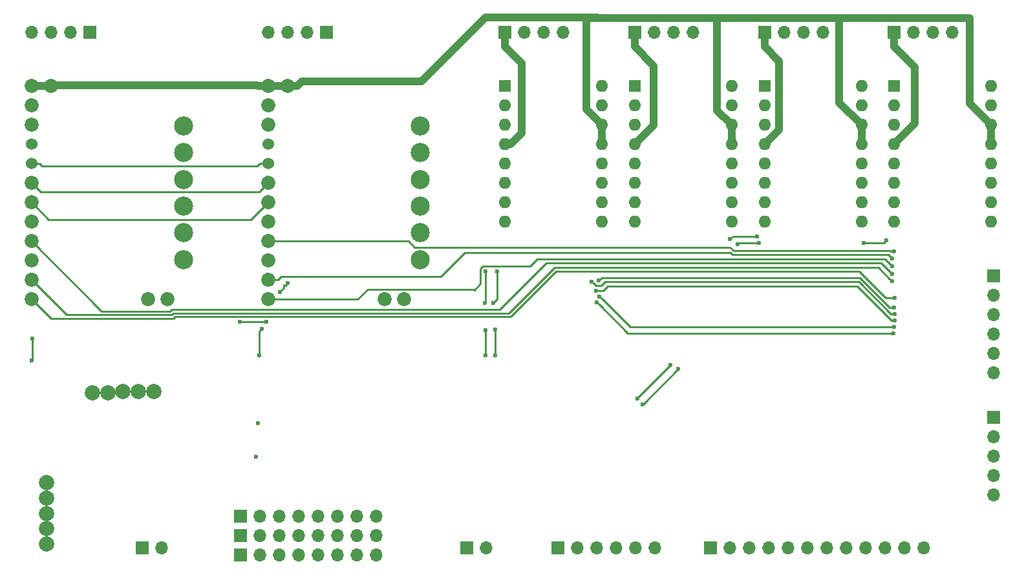
<source format=gbr>
G04 #@! TF.FileFunction,Copper,L4,Bot,Signal*
%FSLAX46Y46*%
G04 Gerber Fmt 4.6, Leading zero omitted, Abs format (unit mm)*
G04 Created by KiCad (PCBNEW 4.0.7) date 03/14/18 22:29:54*
%MOMM*%
%LPD*%
G01*
G04 APERTURE LIST*
%ADD10C,0.100000*%
%ADD11R,1.600000X1.600000*%
%ADD12O,1.600000X1.600000*%
%ADD13R,1.700000X1.700000*%
%ADD14O,1.700000X1.700000*%
%ADD15C,1.850000*%
%ADD16C,1.524000*%
%ADD17C,2.500000*%
%ADD18C,2.000000*%
%ADD19C,0.600000*%
%ADD20C,0.250000*%
%ADD21C,1.000000*%
G04 APERTURE END LIST*
D10*
D11*
X180000000Y-57000000D03*
D12*
X192700000Y-74780000D03*
X180000000Y-59540000D03*
X192700000Y-72240000D03*
X180000000Y-62080000D03*
X192700000Y-69700000D03*
X180000000Y-64620000D03*
X192700000Y-67160000D03*
X180000000Y-67160000D03*
X192700000Y-64620000D03*
X180000000Y-69700000D03*
X192700000Y-62080000D03*
X180000000Y-72240000D03*
X192700000Y-59540000D03*
X180000000Y-74780000D03*
X192700000Y-57000000D03*
D11*
X197000000Y-57000000D03*
D12*
X209700000Y-74780000D03*
X197000000Y-59540000D03*
X209700000Y-72240000D03*
X197000000Y-62080000D03*
X209700000Y-69700000D03*
X197000000Y-64620000D03*
X209700000Y-67160000D03*
X197000000Y-67160000D03*
X209700000Y-64620000D03*
X197000000Y-69700000D03*
X209700000Y-62080000D03*
X197000000Y-72240000D03*
X209700000Y-59540000D03*
X197000000Y-74780000D03*
X209700000Y-57000000D03*
D11*
X214000000Y-57000000D03*
D12*
X226700000Y-74780000D03*
X214000000Y-59540000D03*
X226700000Y-72240000D03*
X214000000Y-62080000D03*
X226700000Y-69700000D03*
X214000000Y-64620000D03*
X226700000Y-67160000D03*
X214000000Y-67160000D03*
X226700000Y-64620000D03*
X214000000Y-69700000D03*
X226700000Y-62080000D03*
X214000000Y-72240000D03*
X226700000Y-59540000D03*
X214000000Y-74780000D03*
X226700000Y-57000000D03*
D11*
X231000000Y-57000000D03*
D12*
X243700000Y-74780000D03*
X231000000Y-59540000D03*
X243700000Y-72240000D03*
X231000000Y-62080000D03*
X243700000Y-69700000D03*
X231000000Y-64620000D03*
X243700000Y-67160000D03*
X231000000Y-67160000D03*
X243700000Y-64620000D03*
X231000000Y-69700000D03*
X243700000Y-62080000D03*
X231000000Y-72240000D03*
X243700000Y-59540000D03*
X231000000Y-74780000D03*
X243700000Y-57000000D03*
D13*
X180000000Y-50000000D03*
D14*
X182540000Y-50000000D03*
X185080000Y-50000000D03*
X187620000Y-50000000D03*
D13*
X197000000Y-50000000D03*
D14*
X199540000Y-50000000D03*
X202080000Y-50000000D03*
X204620000Y-50000000D03*
D13*
X214000000Y-50000000D03*
D14*
X216540000Y-50000000D03*
X219080000Y-50000000D03*
X221620000Y-50000000D03*
D13*
X231000000Y-50000000D03*
D14*
X233540000Y-50000000D03*
X236080000Y-50000000D03*
X238620000Y-50000000D03*
D13*
X125620000Y-50000000D03*
D14*
X123080000Y-50000000D03*
X120540000Y-50000000D03*
X118000000Y-50000000D03*
D13*
X156620000Y-50000000D03*
D14*
X154080000Y-50000000D03*
X151540000Y-50000000D03*
X149000000Y-50000000D03*
D13*
X206920000Y-117500000D03*
D14*
X209460000Y-117500000D03*
X212000000Y-117500000D03*
X214540000Y-117500000D03*
X217080000Y-117500000D03*
X219620000Y-117500000D03*
X222160000Y-117500000D03*
X224700000Y-117500000D03*
X227240000Y-117500000D03*
X229780000Y-117500000D03*
X232320000Y-117500000D03*
X234860000Y-117500000D03*
D13*
X244000000Y-100460000D03*
D14*
X244000000Y-103000000D03*
X244000000Y-105540000D03*
X244000000Y-108080000D03*
X244000000Y-110620000D03*
D13*
X244000000Y-81920000D03*
D14*
X244000000Y-84460000D03*
X244000000Y-87000000D03*
X244000000Y-89540000D03*
X244000000Y-92080000D03*
X244000000Y-94620000D03*
D13*
X186920000Y-117500000D03*
D14*
X189460000Y-117500000D03*
X192000000Y-117500000D03*
X194540000Y-117500000D03*
X197080000Y-117500000D03*
X199620000Y-117500000D03*
D13*
X145380000Y-115900000D03*
D14*
X147920000Y-115900000D03*
X150460000Y-115900000D03*
X153000000Y-115900000D03*
X155540000Y-115900000D03*
X158080000Y-115900000D03*
X160620000Y-115900000D03*
X163160000Y-115900000D03*
D13*
X145380000Y-118440000D03*
D14*
X147920000Y-118440000D03*
X150460000Y-118440000D03*
X153000000Y-118440000D03*
X155540000Y-118440000D03*
X158080000Y-118440000D03*
X160620000Y-118440000D03*
X163160000Y-118440000D03*
D13*
X132500000Y-117500000D03*
D14*
X135040000Y-117500000D03*
D13*
X145380000Y-113360000D03*
D14*
X147920000Y-113360000D03*
X150460000Y-113360000D03*
X153000000Y-113360000D03*
X155540000Y-113360000D03*
X158080000Y-113360000D03*
X160620000Y-113360000D03*
X163160000Y-113360000D03*
D15*
X120540000Y-57000000D03*
X118000000Y-57000000D03*
X118000000Y-59541818D03*
X118000000Y-62083636D03*
D16*
X118000000Y-64625454D03*
X118000000Y-67167272D03*
D15*
X118000000Y-69709090D03*
X118000000Y-72250908D03*
X118000000Y-74792726D03*
X118000000Y-77334544D03*
X118000000Y-79876362D03*
X118000000Y-82418180D03*
X118000000Y-84959998D03*
D17*
X137940000Y-62250000D03*
X137940000Y-65750000D03*
X137940000Y-69250000D03*
X137940000Y-72750000D03*
X137940000Y-76250000D03*
X137940000Y-79750000D03*
D15*
X135780000Y-84959998D03*
X133240000Y-84959998D03*
X151540000Y-57000000D03*
X149000000Y-57000000D03*
X149000000Y-59541818D03*
X149000000Y-62083636D03*
D16*
X149000000Y-64625454D03*
X149000000Y-67167272D03*
D15*
X149000000Y-69709090D03*
X149000000Y-72250908D03*
X149000000Y-74792726D03*
X149000000Y-77334544D03*
X149000000Y-79876362D03*
X149000000Y-82418180D03*
X149000000Y-84959998D03*
D17*
X168940000Y-62250000D03*
X168940000Y-65750000D03*
X168940000Y-69250000D03*
X168940000Y-72750000D03*
X168940000Y-76250000D03*
X168940000Y-79750000D03*
D15*
X166780000Y-84959998D03*
X164240000Y-84959998D03*
D13*
X175000000Y-117500000D03*
D14*
X177540000Y-117500000D03*
D18*
X120000000Y-117000000D03*
X120000000Y-115000000D03*
X120000000Y-113000000D03*
X120000000Y-111000000D03*
X120000000Y-109000000D03*
D19*
X147400000Y-105600000D03*
X147700000Y-101150000D03*
X177400000Y-85434989D03*
X177504438Y-81324989D03*
X177500000Y-92275041D03*
X177500000Y-89000000D03*
D18*
X134000000Y-97000000D03*
X132000000Y-97000000D03*
X130000000Y-97000000D03*
X128000000Y-97250000D03*
X126000000Y-97250000D03*
D19*
X178484325Y-85434989D03*
X179000000Y-81275010D03*
X178700000Y-88900000D03*
X178700000Y-92300000D03*
X213000000Y-76700000D03*
X197400000Y-98000000D03*
X209500000Y-77100000D03*
X201700000Y-93600000D03*
X210500000Y-77700000D03*
X198000000Y-98700000D03*
X202700000Y-94100000D03*
X227000000Y-77574968D03*
X213300000Y-77574968D03*
X230000000Y-77200000D03*
X192300000Y-82500000D03*
X231000000Y-86000000D03*
X191358485Y-82619890D03*
X231100000Y-86900000D03*
X191932293Y-83850012D03*
X231041741Y-87748987D03*
X192376175Y-84574918D03*
X145300000Y-87935029D03*
X148800000Y-87935044D03*
X150500000Y-84000000D03*
X151578965Y-82852958D03*
X230985267Y-88597120D03*
X192026153Y-85349517D03*
X230882902Y-89440945D03*
X231000000Y-78700000D03*
X230700000Y-79600000D03*
X230700000Y-80600000D03*
X230699986Y-81600000D03*
X230700000Y-82600000D03*
X231100000Y-84800000D03*
X118000000Y-93000000D03*
X118100000Y-90100000D03*
X148200000Y-88800000D03*
X147799990Y-92300000D03*
D20*
X177504438Y-81324989D02*
X177504438Y-85330551D01*
X177504438Y-85330551D02*
X177400000Y-85434989D01*
X177500000Y-89000000D02*
X177500000Y-92275041D01*
D21*
X180000000Y-64620000D02*
X180780000Y-64620000D01*
X180780000Y-64620000D02*
X182200000Y-63200000D01*
X180000000Y-51850000D02*
X180000000Y-50000000D01*
X182200000Y-63200000D02*
X182200000Y-54050000D01*
X182200000Y-54050000D02*
X180000000Y-51850000D01*
X149000000Y-57000000D02*
X147691853Y-57000000D01*
X147691853Y-57000000D02*
X147591853Y-56900000D01*
X147591853Y-56900000D02*
X120640000Y-56900000D01*
X120640000Y-56900000D02*
X120540000Y-57000000D01*
X192700000Y-62080000D02*
X192700000Y-64620000D01*
X209700000Y-62080000D02*
X209700000Y-64620000D01*
X243700000Y-62080000D02*
X243700000Y-64620000D01*
X226700000Y-62080000D02*
X226700000Y-64620000D01*
X207800000Y-48100000D02*
X208800000Y-48100000D01*
X207100000Y-48100000D02*
X207800000Y-48100000D01*
X207800000Y-48100000D02*
X207800000Y-49700000D01*
X192200000Y-48100000D02*
X207100000Y-48100000D01*
X207800000Y-49100000D02*
X207800000Y-49700000D01*
X207800000Y-49700000D02*
X207800000Y-60180000D01*
X189900000Y-48000000D02*
X190600000Y-48000000D01*
X177500000Y-48000000D02*
X189900000Y-48000000D01*
X189900000Y-48000000D02*
X192100000Y-48000000D01*
X190700000Y-48100000D02*
X192200000Y-48100000D01*
X192100000Y-48000000D02*
X192200000Y-48100000D01*
X240900000Y-48100000D02*
X240900000Y-59280000D01*
X240900000Y-59280000D02*
X243700000Y-62080000D01*
X223800000Y-48100000D02*
X240900000Y-48100000D01*
X223800000Y-48100000D02*
X223800000Y-59180000D01*
X223800000Y-59180000D02*
X226700000Y-62080000D01*
X208800000Y-48100000D02*
X223800000Y-48100000D01*
X207800000Y-60180000D02*
X209700000Y-62080000D01*
X190700000Y-48100000D02*
X190700000Y-60080000D01*
X190700000Y-60080000D02*
X192700000Y-62080000D01*
X190600000Y-48000000D02*
X190700000Y-48100000D01*
X169100000Y-56400000D02*
X177500000Y-48000000D01*
X153448147Y-56400000D02*
X169100000Y-56400000D01*
X151540000Y-57000000D02*
X152848147Y-57000000D01*
X152848147Y-57000000D02*
X153448147Y-56400000D01*
X120540000Y-57000000D02*
X118000000Y-57000000D01*
X151540000Y-57000000D02*
X149000000Y-57000000D01*
D20*
X178784324Y-85134990D02*
X178484325Y-85434989D01*
X179000000Y-81275010D02*
X179000000Y-84919314D01*
X179000000Y-84919314D02*
X178784324Y-85134990D01*
X178700000Y-92300000D02*
X178700000Y-88900000D01*
D21*
X199500000Y-62120000D02*
X199500000Y-54350000D01*
X197000000Y-51850000D02*
X197000000Y-50000000D01*
X199500000Y-54350000D02*
X197000000Y-51850000D01*
X197000000Y-64620000D02*
X199500000Y-62120000D01*
D20*
X209900000Y-76700000D02*
X212575736Y-76700000D01*
X209500000Y-77100000D02*
X209900000Y-76700000D01*
X212575736Y-76700000D02*
X213000000Y-76700000D01*
X201700000Y-93600000D02*
X197400000Y-97900000D01*
X197400000Y-97900000D02*
X197400000Y-98000000D01*
D21*
X214000000Y-64620000D02*
X215900000Y-62720000D01*
X215900000Y-62720000D02*
X215900000Y-53750000D01*
X215900000Y-53750000D02*
X214000000Y-51850000D01*
X214000000Y-51850000D02*
X214000000Y-50000000D01*
D20*
X210625032Y-77574968D02*
X210500000Y-77700000D01*
X213300000Y-77574968D02*
X210625032Y-77574968D01*
X198100000Y-98700000D02*
X198000000Y-98700000D01*
X202700000Y-94100000D02*
X198100000Y-98700000D01*
X230000000Y-77200000D02*
X229625032Y-77574968D01*
X229625032Y-77574968D02*
X227424264Y-77574968D01*
X227424264Y-77574968D02*
X227000000Y-77574968D01*
D21*
X233700000Y-61920000D02*
X233700000Y-54550000D01*
X233700000Y-54550000D02*
X231000000Y-51850000D01*
X231000000Y-51850000D02*
X231000000Y-50000000D01*
X231000000Y-64620000D02*
X233700000Y-61920000D01*
D20*
X230392878Y-86000000D02*
X226492879Y-82100001D01*
X192599999Y-82200001D02*
X192300000Y-82500000D01*
X192699999Y-82100001D02*
X192599999Y-82200001D01*
X231000000Y-86000000D02*
X230392878Y-86000000D01*
X226492879Y-82100001D02*
X192699999Y-82100001D01*
X118000000Y-67167272D02*
X119077630Y-67167272D01*
X119077630Y-67167272D02*
X119410358Y-67500000D01*
X119410358Y-67500000D02*
X147589642Y-67500000D01*
X147589642Y-67500000D02*
X147922370Y-67167272D01*
X147922370Y-67167272D02*
X149000000Y-67167272D01*
X226367335Y-82681579D02*
X193117425Y-82681579D01*
X230585756Y-86900000D02*
X226367335Y-82681579D01*
X231100000Y-86900000D02*
X230585756Y-86900000D01*
X192624002Y-83175002D02*
X191913597Y-83175002D01*
X191913597Y-83175002D02*
X191658484Y-82919889D01*
X193117425Y-82681579D02*
X192624002Y-83175002D01*
X191658484Y-82919889D02*
X191358485Y-82619890D01*
X118000000Y-69709090D02*
X119190910Y-70900000D01*
X119190910Y-70900000D02*
X147809090Y-70900000D01*
X147809090Y-70900000D02*
X148075001Y-70634089D01*
X148075001Y-70634089D02*
X149000000Y-69709090D01*
X192856112Y-83850012D02*
X192356557Y-83850012D01*
X231041741Y-87748987D02*
X230617477Y-87748987D01*
X192356557Y-83850012D02*
X191932293Y-83850012D01*
X193456112Y-83250012D02*
X192856112Y-83850012D01*
X230617477Y-87748987D02*
X226118502Y-83250012D01*
X226118502Y-83250012D02*
X193456112Y-83250012D01*
X118000000Y-72250908D02*
X120249092Y-74500000D01*
X120249092Y-74500000D02*
X146750908Y-74500000D01*
X146750908Y-74500000D02*
X148075001Y-73175907D01*
X148075001Y-73175907D02*
X149000000Y-72250908D01*
X192676174Y-84874917D02*
X192376175Y-84574918D01*
X196398377Y-88597120D02*
X192676174Y-84874917D01*
X230985267Y-88597120D02*
X196398377Y-88597120D01*
X145300015Y-87935044D02*
X145300000Y-87935029D01*
X148800000Y-87935044D02*
X145300015Y-87935044D01*
X151084987Y-83084987D02*
X151084987Y-83415013D01*
X151084987Y-83415013D02*
X150500000Y-84000000D01*
X151152957Y-83152957D02*
X151278966Y-83152957D01*
X151084987Y-83084987D02*
X151152957Y-83152957D01*
X151278966Y-83152957D02*
X151578965Y-82852958D01*
X192326152Y-85649516D02*
X192026153Y-85349517D01*
X230882902Y-89440945D02*
X196117581Y-89440945D01*
X196117581Y-89440945D02*
X192326152Y-85649516D01*
X150308147Y-77334544D02*
X149000000Y-77334544D01*
X209945740Y-78575001D02*
X209495738Y-78124999D01*
X231000000Y-78700000D02*
X230575736Y-78700000D01*
X230450737Y-78575001D02*
X209945740Y-78575001D01*
X209495738Y-78124999D02*
X168159999Y-78124999D01*
X168159999Y-78124999D02*
X167369544Y-77334544D01*
X230575736Y-78700000D02*
X230450737Y-78575001D01*
X167369544Y-77334544D02*
X150308147Y-77334544D01*
X230700000Y-79600000D02*
X230204446Y-79104446D01*
X230204446Y-79104446D02*
X209768062Y-79104445D01*
X209768062Y-79104445D02*
X209513606Y-78849989D01*
X209513606Y-78849989D02*
X174750011Y-78849989D01*
X174750011Y-78849989D02*
X171600000Y-82000000D01*
X171600000Y-82000000D02*
X150700000Y-82000000D01*
X150700000Y-82000000D02*
X150281820Y-82418180D01*
X150281820Y-82418180D02*
X149000000Y-82418180D01*
X160740002Y-84959998D02*
X162040003Y-83659997D01*
X162040003Y-83659997D02*
X175940003Y-83659997D01*
X175940003Y-83659997D02*
X175990003Y-83709997D01*
X149000000Y-84959998D02*
X160740002Y-84959998D01*
X183327178Y-80600000D02*
X184277211Y-79649967D01*
X177146388Y-80600000D02*
X183327178Y-80600000D01*
X229749967Y-79649967D02*
X230700000Y-80600000D01*
X175990003Y-83709997D02*
X176785189Y-82914811D01*
X176785189Y-82914811D02*
X176785189Y-80961199D01*
X176785189Y-80961199D02*
X177146388Y-80600000D01*
X184277211Y-79649967D02*
X229749967Y-79649967D01*
X136404001Y-86259999D02*
X179290000Y-86259999D01*
X127165456Y-86500000D02*
X136164000Y-86500000D01*
X118000000Y-77334544D02*
X127165456Y-86500000D01*
X136164000Y-86500000D02*
X136404001Y-86259999D01*
X179290000Y-86259999D02*
X185400022Y-80149977D01*
X230699986Y-81600000D02*
X229249963Y-80149977D01*
X229249963Y-80149977D02*
X185450021Y-80149977D01*
X185450021Y-80149977D02*
X185400022Y-80149977D01*
X186492888Y-80799990D02*
X228899990Y-80799990D01*
X118000000Y-82418180D02*
X122581830Y-87000010D01*
X228899990Y-80799990D02*
X230400001Y-82300001D01*
X180532870Y-86760008D02*
X186492888Y-80799990D01*
X136371112Y-87000010D02*
X136611112Y-86760010D01*
X136611112Y-86760010D02*
X180532870Y-86760008D01*
X122581830Y-87000010D02*
X136371112Y-87000010D01*
X230400001Y-82300001D02*
X230700000Y-82600000D01*
X229900000Y-84800000D02*
X226600000Y-81500000D01*
X226600000Y-81500000D02*
X226500000Y-81400000D01*
X186700000Y-81300000D02*
X226400000Y-81300000D01*
X226400000Y-81300000D02*
X226600000Y-81500000D01*
X180739982Y-87260018D02*
X186700000Y-81300000D01*
X136818225Y-87260019D02*
X180739982Y-87260018D01*
X120540022Y-87500020D02*
X136578224Y-87500020D01*
X136578224Y-87500020D02*
X136818225Y-87260019D01*
X118000000Y-84959998D02*
X120540022Y-87500020D01*
X231100000Y-84800000D02*
X229900000Y-84800000D01*
X231099995Y-84799995D02*
X231100000Y-84800000D01*
X118100000Y-92900000D02*
X118000000Y-93000000D01*
X118100000Y-90100000D02*
X118100000Y-92900000D01*
X147900001Y-89099999D02*
X148200000Y-88800000D01*
X147799990Y-89200010D02*
X147900001Y-89099999D01*
X147799990Y-92300000D02*
X147799990Y-89200010D01*
M02*

</source>
